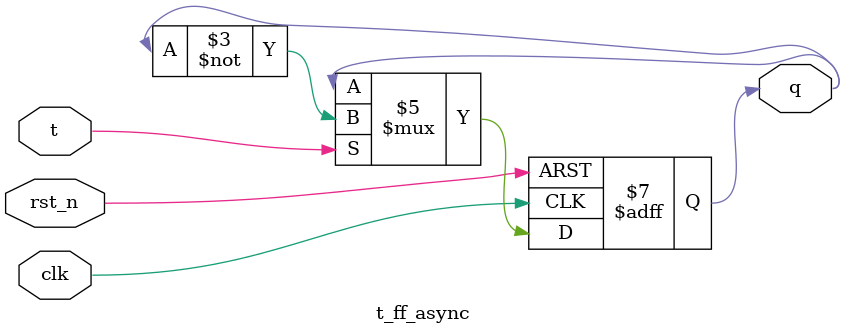
<source format=v>
module t_ff_async (
    input  wire clk,rst_n,t, // active-low asynchronous reset
    output reg  q);

always @(posedge clk or negedge rst_n) begin
    if (!rst_n)
        q <= 1'b0;
    else if (t)
        q <= ~q;
    else
        q <= q;  // hold state
end
endmodule


</source>
